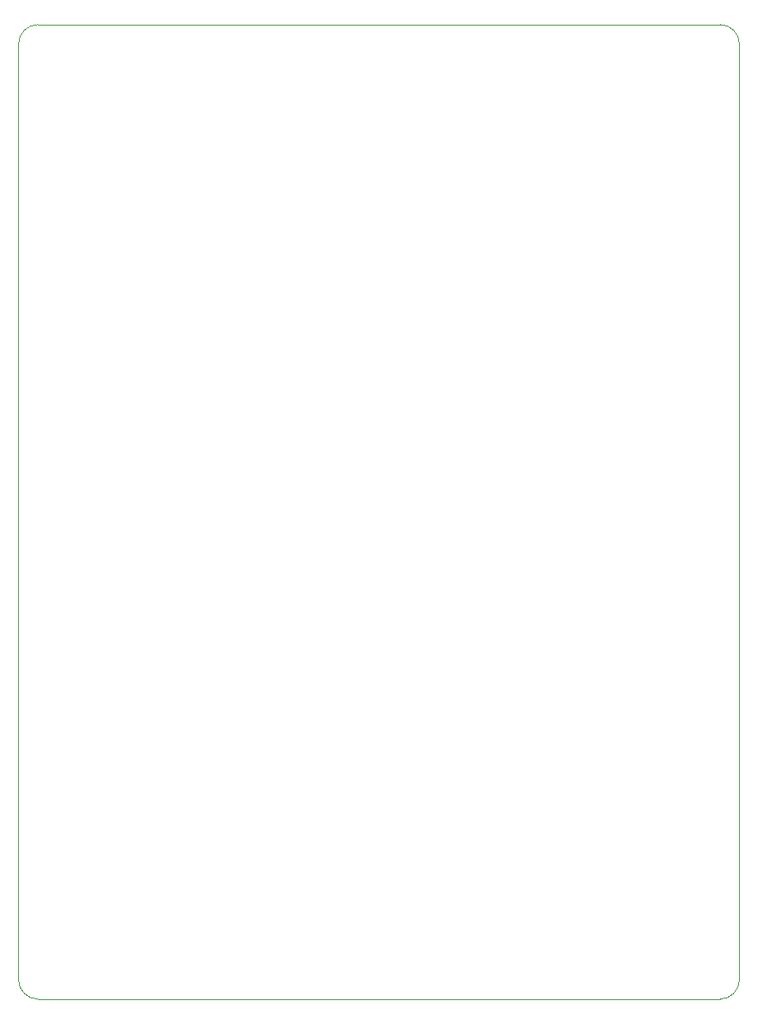
<source format=gm1>
G04 #@! TF.GenerationSoftware,KiCad,Pcbnew,(6.0.1)*
G04 #@! TF.CreationDate,2025-03-11T18:22:55+01:00*
G04 #@! TF.ProjectId,TwoWheelRobotPCB,54776f57-6865-4656-9c52-6f626f745043,rev?*
G04 #@! TF.SameCoordinates,Original*
G04 #@! TF.FileFunction,Profile,NP*
%FSLAX46Y46*%
G04 Gerber Fmt 4.6, Leading zero omitted, Abs format (unit mm)*
G04 Created by KiCad (PCBNEW (6.0.1)) date 2025-03-11 18:22:55*
%MOMM*%
%LPD*%
G01*
G04 APERTURE LIST*
G04 #@! TA.AperFunction,Profile*
%ADD10C,0.100000*%
G04 #@! TD*
G04 APERTURE END LIST*
D10*
X167000000Y-62000001D02*
X167000000Y-157999999D01*
X93000001Y-157999999D02*
G75*
G03*
X95000001Y-159999999I1999999J-1D01*
G01*
X95000000Y-60000000D02*
X165000000Y-60000001D01*
X95000000Y-60000000D02*
G75*
G03*
X93000000Y-62000000I-1J-1999999D01*
G01*
X165000000Y-159999999D02*
X95000001Y-159999999D01*
X93000000Y-158000000D02*
X93000000Y-62000000D01*
X167000000Y-62000001D02*
G75*
G03*
X165000000Y-60000001I-1999999J1D01*
G01*
X165000000Y-159999999D02*
G75*
G03*
X167000000Y-157999999I1J1999999D01*
G01*
M02*

</source>
